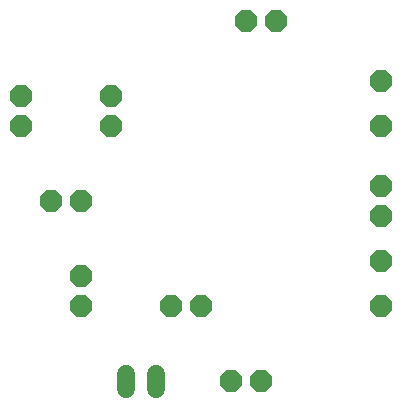
<source format=gbr>
G04 EAGLE Gerber RS-274X export*
G75*
%MOMM*%
%FSLAX34Y34*%
%LPD*%
%INSoldermask Bottom*%
%IPPOS*%
%AMOC8*
5,1,8,0,0,1.08239X$1,22.5*%
G01*
%ADD10P,1.951982X8X22.500000*%
%ADD11P,1.951982X8X202.500000*%
%ADD12P,1.951982X8X292.500000*%
%ADD13C,1.524000*%


D10*
X444500Y215900D03*
X469900Y215900D03*
D11*
X419100Y279400D03*
X393700Y279400D03*
D10*
X292100Y368300D03*
X317500Y368300D03*
D12*
X317500Y304800D03*
X317500Y279400D03*
X266700Y457200D03*
X266700Y431800D03*
D11*
X482600Y520700D03*
X457200Y520700D03*
D12*
X342900Y457200D03*
X342900Y431800D03*
D10*
X571500Y469900D03*
X571500Y431800D03*
D13*
X355600Y222504D02*
X355600Y209296D01*
X381000Y209296D02*
X381000Y222504D01*
D10*
X571500Y381000D03*
X571500Y355600D03*
X571500Y317500D03*
X571500Y279400D03*
M02*

</source>
